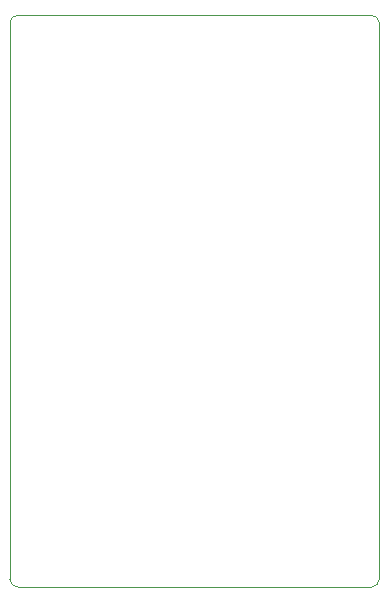
<source format=gbr>
%TF.GenerationSoftware,KiCad,Pcbnew,(6.0.8-1)-1*%
%TF.CreationDate,2022-10-03T20:28:42-04:00*%
%TF.ProjectId,TPS40305_supply,54505334-3033-4303-955f-737570706c79,rev?*%
%TF.SameCoordinates,Original*%
%TF.FileFunction,Profile,NP*%
%FSLAX46Y46*%
G04 Gerber Fmt 4.6, Leading zero omitted, Abs format (unit mm)*
G04 Created by KiCad (PCBNEW (6.0.8-1)-1) date 2022-10-03 20:28:42*
%MOMM*%
%LPD*%
G01*
G04 APERTURE LIST*
%TA.AperFunction,Profile*%
%ADD10C,0.100000*%
%TD*%
G04 APERTURE END LIST*
D10*
X115050000Y-88920000D02*
X85110000Y-88920000D01*
X115720000Y-41170000D02*
X115720000Y-88250000D01*
X85110000Y-40500000D02*
X115050000Y-40500000D01*
X84440000Y-88250000D02*
X84440000Y-41170000D01*
X84440000Y-88250000D02*
G75*
G03*
X85110000Y-88920000I669998J-2D01*
G01*
X115050000Y-88920000D02*
G75*
G03*
X115720000Y-88250000I2J669998D01*
G01*
X115720000Y-41170000D02*
G75*
G03*
X115050000Y-40500000I-669998J2D01*
G01*
X85110000Y-40500000D02*
G75*
G03*
X84440000Y-41170000I0J-670000D01*
G01*
M02*

</source>
